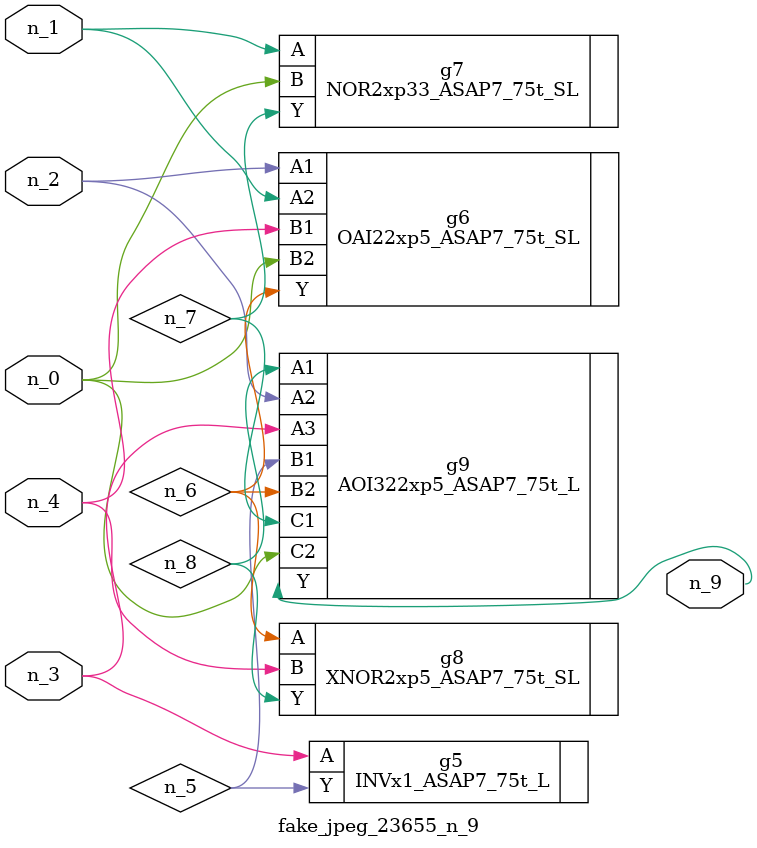
<source format=v>
module fake_jpeg_23655_n_9 (n_3, n_2, n_1, n_0, n_4, n_9);

input n_3;
input n_2;
input n_1;
input n_0;
input n_4;

output n_9;

wire n_8;
wire n_6;
wire n_5;
wire n_7;

INVx1_ASAP7_75t_L g5 ( 
.A(n_3),
.Y(n_5)
);

OAI22xp5_ASAP7_75t_SL g6 ( 
.A1(n_2),
.A2(n_1),
.B1(n_4),
.B2(n_0),
.Y(n_6)
);

NOR2xp33_ASAP7_75t_SL g7 ( 
.A(n_1),
.B(n_0),
.Y(n_7)
);

XNOR2xp5_ASAP7_75t_SL g8 ( 
.A(n_6),
.B(n_4),
.Y(n_8)
);

AOI322xp5_ASAP7_75t_L g9 ( 
.A1(n_8),
.A2(n_2),
.A3(n_3),
.B1(n_5),
.B2(n_6),
.C1(n_7),
.C2(n_0),
.Y(n_9)
);


endmodule
</source>
